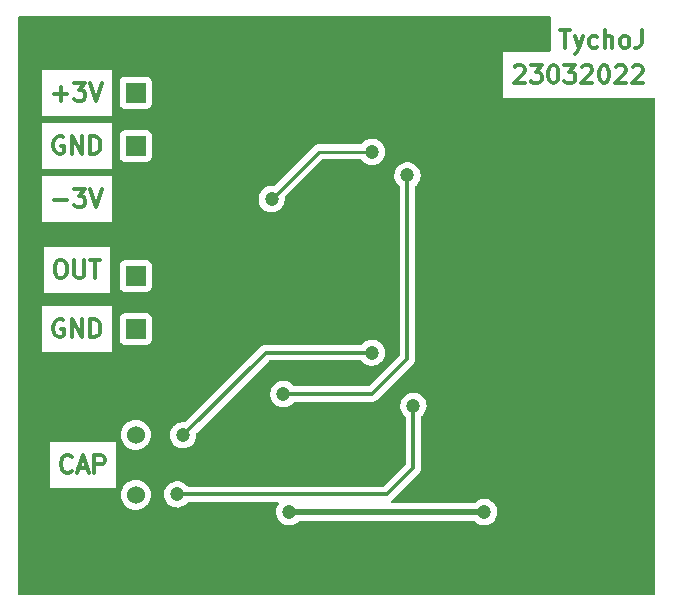
<source format=gbr>
%TF.GenerationSoftware,KiCad,Pcbnew,6.0.4*%
%TF.CreationDate,2022-03-28T18:47:23+02:00*%
%TF.ProjectId,capm,6361706d-2e6b-4696-9361-645f70636258,rev?*%
%TF.SameCoordinates,Original*%
%TF.FileFunction,Copper,L1,Top*%
%TF.FilePolarity,Positive*%
%FSLAX46Y46*%
G04 Gerber Fmt 4.6, Leading zero omitted, Abs format (unit mm)*
G04 Created by KiCad (PCBNEW 6.0.4) date 2022-03-28 18:47:23*
%MOMM*%
%LPD*%
G01*
G04 APERTURE LIST*
%ADD10C,0.300000*%
%TA.AperFunction,NonConductor*%
%ADD11C,0.300000*%
%TD*%
%TA.AperFunction,ComponentPad*%
%ADD12R,1.700000X1.700000*%
%TD*%
%TA.AperFunction,ComponentPad*%
%ADD13C,1.524000*%
%TD*%
%TA.AperFunction,ViaPad*%
%ADD14C,1.200000*%
%TD*%
%TA.AperFunction,Conductor*%
%ADD15C,0.250000*%
%TD*%
%TA.AperFunction,Conductor*%
%ADD16C,0.300000*%
%TD*%
%TA.AperFunction,Conductor*%
%ADD17C,0.500000*%
%TD*%
G04 APERTURE END LIST*
D10*
D11*
X125071428Y-79035714D02*
X125000000Y-79107142D01*
X124785714Y-79178571D01*
X124642857Y-79178571D01*
X124428571Y-79107142D01*
X124285714Y-78964285D01*
X124214285Y-78821428D01*
X124142857Y-78535714D01*
X124142857Y-78321428D01*
X124214285Y-78035714D01*
X124285714Y-77892857D01*
X124428571Y-77750000D01*
X124642857Y-77678571D01*
X124785714Y-77678571D01*
X125000000Y-77750000D01*
X125071428Y-77821428D01*
X125642857Y-78750000D02*
X126357142Y-78750000D01*
X125500000Y-79178571D02*
X126000000Y-77678571D01*
X126500000Y-79178571D01*
X127000000Y-79178571D02*
X127000000Y-77678571D01*
X127571428Y-77678571D01*
X127714285Y-77750000D01*
X127785714Y-77821428D01*
X127857142Y-77964285D01*
X127857142Y-78178571D01*
X127785714Y-78321428D01*
X127714285Y-78392857D01*
X127571428Y-78464285D01*
X127000000Y-78464285D01*
D10*
D11*
X124000000Y-61178571D02*
X124285714Y-61178571D01*
X124428571Y-61250000D01*
X124571428Y-61392857D01*
X124642857Y-61678571D01*
X124642857Y-62178571D01*
X124571428Y-62464285D01*
X124428571Y-62607142D01*
X124285714Y-62678571D01*
X124000000Y-62678571D01*
X123857142Y-62607142D01*
X123714285Y-62464285D01*
X123642857Y-62178571D01*
X123642857Y-61678571D01*
X123714285Y-61392857D01*
X123857142Y-61250000D01*
X124000000Y-61178571D01*
X125285714Y-61178571D02*
X125285714Y-62392857D01*
X125357142Y-62535714D01*
X125428571Y-62607142D01*
X125571428Y-62678571D01*
X125857142Y-62678571D01*
X126000000Y-62607142D01*
X126071428Y-62535714D01*
X126142857Y-62392857D01*
X126142857Y-61178571D01*
X126642857Y-61178571D02*
X127500000Y-61178571D01*
X127071428Y-62678571D02*
X127071428Y-61178571D01*
D10*
D11*
X123571428Y-56107142D02*
X124714285Y-56107142D01*
X125285714Y-55178571D02*
X126214285Y-55178571D01*
X125714285Y-55750000D01*
X125928571Y-55750000D01*
X126071428Y-55821428D01*
X126142857Y-55892857D01*
X126214285Y-56035714D01*
X126214285Y-56392857D01*
X126142857Y-56535714D01*
X126071428Y-56607142D01*
X125928571Y-56678571D01*
X125500000Y-56678571D01*
X125357142Y-56607142D01*
X125285714Y-56535714D01*
X126642857Y-55178571D02*
X127142857Y-56678571D01*
X127642857Y-55178571D01*
D10*
D11*
X166428571Y-41678571D02*
X167285714Y-41678571D01*
X166857142Y-43178571D02*
X166857142Y-41678571D01*
X167642857Y-42178571D02*
X168000000Y-43178571D01*
X168357142Y-42178571D02*
X168000000Y-43178571D01*
X167857142Y-43535714D01*
X167785714Y-43607142D01*
X167642857Y-43678571D01*
X169571428Y-43107142D02*
X169428571Y-43178571D01*
X169142857Y-43178571D01*
X169000000Y-43107142D01*
X168928571Y-43035714D01*
X168857142Y-42892857D01*
X168857142Y-42464285D01*
X168928571Y-42321428D01*
X169000000Y-42250000D01*
X169142857Y-42178571D01*
X169428571Y-42178571D01*
X169571428Y-42250000D01*
X170214285Y-43178571D02*
X170214285Y-41678571D01*
X170857142Y-43178571D02*
X170857142Y-42392857D01*
X170785714Y-42250000D01*
X170642857Y-42178571D01*
X170428571Y-42178571D01*
X170285714Y-42250000D01*
X170214285Y-42321428D01*
X171785714Y-43178571D02*
X171642857Y-43107142D01*
X171571428Y-43035714D01*
X171500000Y-42892857D01*
X171500000Y-42464285D01*
X171571428Y-42321428D01*
X171642857Y-42250000D01*
X171785714Y-42178571D01*
X172000000Y-42178571D01*
X172142857Y-42250000D01*
X172214285Y-42321428D01*
X172285714Y-42464285D01*
X172285714Y-42892857D01*
X172214285Y-43035714D01*
X172142857Y-43107142D01*
X172000000Y-43178571D01*
X171785714Y-43178571D01*
X173357142Y-41678571D02*
X173357142Y-42750000D01*
X173285714Y-42964285D01*
X173142857Y-43107142D01*
X172928571Y-43178571D01*
X172785714Y-43178571D01*
D10*
D11*
X124357142Y-66250000D02*
X124214285Y-66178571D01*
X124000000Y-66178571D01*
X123785714Y-66250000D01*
X123642857Y-66392857D01*
X123571428Y-66535714D01*
X123500000Y-66821428D01*
X123500000Y-67035714D01*
X123571428Y-67321428D01*
X123642857Y-67464285D01*
X123785714Y-67607142D01*
X124000000Y-67678571D01*
X124142857Y-67678571D01*
X124357142Y-67607142D01*
X124428571Y-67535714D01*
X124428571Y-67035714D01*
X124142857Y-67035714D01*
X125071428Y-67678571D02*
X125071428Y-66178571D01*
X125928571Y-67678571D01*
X125928571Y-66178571D01*
X126642857Y-67678571D02*
X126642857Y-66178571D01*
X127000000Y-66178571D01*
X127214285Y-66250000D01*
X127357142Y-66392857D01*
X127428571Y-66535714D01*
X127500000Y-66821428D01*
X127500000Y-67035714D01*
X127428571Y-67321428D01*
X127357142Y-67464285D01*
X127214285Y-67607142D01*
X127000000Y-67678571D01*
X126642857Y-67678571D01*
D10*
D11*
X124357142Y-50750000D02*
X124214285Y-50678571D01*
X124000000Y-50678571D01*
X123785714Y-50750000D01*
X123642857Y-50892857D01*
X123571428Y-51035714D01*
X123500000Y-51321428D01*
X123500000Y-51535714D01*
X123571428Y-51821428D01*
X123642857Y-51964285D01*
X123785714Y-52107142D01*
X124000000Y-52178571D01*
X124142857Y-52178571D01*
X124357142Y-52107142D01*
X124428571Y-52035714D01*
X124428571Y-51535714D01*
X124142857Y-51535714D01*
X125071428Y-52178571D02*
X125071428Y-50678571D01*
X125928571Y-52178571D01*
X125928571Y-50678571D01*
X126642857Y-52178571D02*
X126642857Y-50678571D01*
X127000000Y-50678571D01*
X127214285Y-50750000D01*
X127357142Y-50892857D01*
X127428571Y-51035714D01*
X127500000Y-51321428D01*
X127500000Y-51535714D01*
X127428571Y-51821428D01*
X127357142Y-51964285D01*
X127214285Y-52107142D01*
X127000000Y-52178571D01*
X126642857Y-52178571D01*
D10*
D11*
X123571428Y-47107142D02*
X124714285Y-47107142D01*
X124142857Y-47678571D02*
X124142857Y-46535714D01*
X125285714Y-46178571D02*
X126214285Y-46178571D01*
X125714285Y-46750000D01*
X125928571Y-46750000D01*
X126071428Y-46821428D01*
X126142857Y-46892857D01*
X126214285Y-47035714D01*
X126214285Y-47392857D01*
X126142857Y-47535714D01*
X126071428Y-47607142D01*
X125928571Y-47678571D01*
X125500000Y-47678571D01*
X125357142Y-47607142D01*
X125285714Y-47535714D01*
X126642857Y-46178571D02*
X127142857Y-47678571D01*
X127642857Y-46178571D01*
D10*
D11*
X162571428Y-44821428D02*
X162642857Y-44750000D01*
X162785714Y-44678571D01*
X163142857Y-44678571D01*
X163285714Y-44750000D01*
X163357142Y-44821428D01*
X163428571Y-44964285D01*
X163428571Y-45107142D01*
X163357142Y-45321428D01*
X162500000Y-46178571D01*
X163428571Y-46178571D01*
X163928571Y-44678571D02*
X164857142Y-44678571D01*
X164357142Y-45250000D01*
X164571428Y-45250000D01*
X164714285Y-45321428D01*
X164785714Y-45392857D01*
X164857142Y-45535714D01*
X164857142Y-45892857D01*
X164785714Y-46035714D01*
X164714285Y-46107142D01*
X164571428Y-46178571D01*
X164142857Y-46178571D01*
X164000000Y-46107142D01*
X163928571Y-46035714D01*
X165785714Y-44678571D02*
X165928571Y-44678571D01*
X166071428Y-44750000D01*
X166142857Y-44821428D01*
X166214285Y-44964285D01*
X166285714Y-45250000D01*
X166285714Y-45607142D01*
X166214285Y-45892857D01*
X166142857Y-46035714D01*
X166071428Y-46107142D01*
X165928571Y-46178571D01*
X165785714Y-46178571D01*
X165642857Y-46107142D01*
X165571428Y-46035714D01*
X165500000Y-45892857D01*
X165428571Y-45607142D01*
X165428571Y-45250000D01*
X165500000Y-44964285D01*
X165571428Y-44821428D01*
X165642857Y-44750000D01*
X165785714Y-44678571D01*
X166785714Y-44678571D02*
X167714285Y-44678571D01*
X167214285Y-45250000D01*
X167428571Y-45250000D01*
X167571428Y-45321428D01*
X167642857Y-45392857D01*
X167714285Y-45535714D01*
X167714285Y-45892857D01*
X167642857Y-46035714D01*
X167571428Y-46107142D01*
X167428571Y-46178571D01*
X167000000Y-46178571D01*
X166857142Y-46107142D01*
X166785714Y-46035714D01*
X168285714Y-44821428D02*
X168357142Y-44750000D01*
X168500000Y-44678571D01*
X168857142Y-44678571D01*
X169000000Y-44750000D01*
X169071428Y-44821428D01*
X169142857Y-44964285D01*
X169142857Y-45107142D01*
X169071428Y-45321428D01*
X168214285Y-46178571D01*
X169142857Y-46178571D01*
X170071428Y-44678571D02*
X170214285Y-44678571D01*
X170357142Y-44750000D01*
X170428571Y-44821428D01*
X170500000Y-44964285D01*
X170571428Y-45250000D01*
X170571428Y-45607142D01*
X170500000Y-45892857D01*
X170428571Y-46035714D01*
X170357142Y-46107142D01*
X170214285Y-46178571D01*
X170071428Y-46178571D01*
X169928571Y-46107142D01*
X169857142Y-46035714D01*
X169785714Y-45892857D01*
X169714285Y-45607142D01*
X169714285Y-45250000D01*
X169785714Y-44964285D01*
X169857142Y-44821428D01*
X169928571Y-44750000D01*
X170071428Y-44678571D01*
X171142857Y-44821428D02*
X171214285Y-44750000D01*
X171357142Y-44678571D01*
X171714285Y-44678571D01*
X171857142Y-44750000D01*
X171928571Y-44821428D01*
X172000000Y-44964285D01*
X172000000Y-45107142D01*
X171928571Y-45321428D01*
X171071428Y-46178571D01*
X172000000Y-46178571D01*
X172571428Y-44821428D02*
X172642857Y-44750000D01*
X172785714Y-44678571D01*
X173142857Y-44678571D01*
X173285714Y-44750000D01*
X173357142Y-44821428D01*
X173428571Y-44964285D01*
X173428571Y-45107142D01*
X173357142Y-45321428D01*
X172500000Y-46178571D01*
X173428571Y-46178571D01*
D12*
%TO.P,J4,1,Pin_1*%
%TO.N,Net-(J4-Pad1)*%
X130500000Y-62500000D03*
%TD*%
%TO.P,J1,1,Pin_1*%
%TO.N,+5V*%
X130500000Y-47000000D03*
%TD*%
%TO.P,J5,1,Pin_1*%
%TO.N,GND*%
X130500000Y-67000000D03*
%TD*%
D13*
%TO.P,J3,1,Pin_1*%
%TO.N,Net-(J3-Pad1)*%
X130500000Y-81040000D03*
%TO.P,J3,2,Pin_2*%
%TO.N,Net-(J3-Pad2)*%
X130500000Y-75960000D03*
%TD*%
D12*
%TO.P,J2,1,Pin_1*%
%TO.N,GND*%
X130500000Y-51500000D03*
%TD*%
D14*
%TO.N,Net-(J4-Pad1)*%
X142000000Y-56000000D03*
X150500000Y-52000000D03*
%TO.N,+3V0*%
X153500000Y-54000000D03*
%TO.N,Net-(J3-Pad2)*%
X150500000Y-69000000D03*
%TO.N,+3V0*%
X143000000Y-72500000D03*
%TO.N,Net-(J3-Pad1)*%
X134000000Y-81000000D03*
%TO.N,Net-(J3-Pad2)*%
X134500000Y-76000000D03*
%TO.N,+5V*%
X143500000Y-82500000D03*
X160000000Y-82500000D03*
%TO.N,Net-(J3-Pad1)*%
X154000000Y-73500000D03*
%TD*%
D15*
%TO.N,Net-(J4-Pad1)*%
X142000000Y-56000000D02*
X146000000Y-52000000D01*
X146000000Y-52000000D02*
X150500000Y-52000000D01*
D16*
%TO.N,Net-(J3-Pad1)*%
X154000000Y-73500000D02*
X154000000Y-78750000D01*
X154000000Y-78750000D02*
X151750000Y-81000000D01*
X151750000Y-81000000D02*
X134000000Y-81000000D01*
%TO.N,+3V0*%
X143000000Y-72500000D02*
X150500000Y-72500000D01*
X150500000Y-72500000D02*
X153500000Y-69500000D01*
X153500000Y-69500000D02*
X153500000Y-54000000D01*
D17*
%TO.N,+5V*%
X143500000Y-82500000D02*
X160000000Y-82500000D01*
D16*
%TO.N,Net-(J3-Pad2)*%
X150500000Y-69000000D02*
X141500000Y-69000000D01*
X141500000Y-69000000D02*
X134500000Y-76000000D01*
%TD*%
%TA.AperFunction,NonConductor*%
G36*
X165569336Y-40528502D02*
G01*
X165615829Y-40582158D01*
X165627215Y-40634500D01*
X165627215Y-43433000D01*
X165607213Y-43501121D01*
X165553557Y-43547614D01*
X165501215Y-43559000D01*
X161627215Y-43559000D01*
X161627215Y-47441000D01*
X174365500Y-47441000D01*
X174433621Y-47461002D01*
X174480114Y-47514658D01*
X174491500Y-47567000D01*
X174491500Y-89365500D01*
X174471498Y-89433621D01*
X174417842Y-89480114D01*
X174365500Y-89491500D01*
X120634500Y-89491500D01*
X120566379Y-89471498D01*
X120519886Y-89417842D01*
X120508500Y-89365500D01*
X120508500Y-81040000D01*
X129224647Y-81040000D01*
X129244022Y-81261463D01*
X129301560Y-81476196D01*
X129303882Y-81481177D01*
X129303883Y-81481178D01*
X129393186Y-81672689D01*
X129393189Y-81672694D01*
X129395512Y-81677676D01*
X129398668Y-81682183D01*
X129398669Y-81682185D01*
X129472192Y-81787186D01*
X129523023Y-81859781D01*
X129680219Y-82016977D01*
X129684727Y-82020134D01*
X129684730Y-82020136D01*
X129736639Y-82056483D01*
X129862323Y-82144488D01*
X129867305Y-82146811D01*
X129867310Y-82146814D01*
X130058822Y-82236117D01*
X130063804Y-82238440D01*
X130069112Y-82239862D01*
X130069114Y-82239863D01*
X130134949Y-82257503D01*
X130278537Y-82295978D01*
X130500000Y-82315353D01*
X130721463Y-82295978D01*
X130865051Y-82257503D01*
X130930886Y-82239863D01*
X130930888Y-82239862D01*
X130936196Y-82238440D01*
X130941178Y-82236117D01*
X131132690Y-82146814D01*
X131132695Y-82146811D01*
X131137677Y-82144488D01*
X131263361Y-82056483D01*
X131315270Y-82020136D01*
X131315273Y-82020134D01*
X131319781Y-82016977D01*
X131476977Y-81859781D01*
X131527809Y-81787186D01*
X131601331Y-81682185D01*
X131601332Y-81682183D01*
X131604488Y-81677676D01*
X131606811Y-81672694D01*
X131606814Y-81672689D01*
X131696117Y-81481178D01*
X131696118Y-81481177D01*
X131698440Y-81476196D01*
X131755978Y-81261463D01*
X131775353Y-81040000D01*
X131769304Y-80970859D01*
X132887132Y-80970859D01*
X132900457Y-81174151D01*
X132950605Y-81371610D01*
X133035898Y-81556624D01*
X133153479Y-81722997D01*
X133299410Y-81865157D01*
X133304206Y-81868362D01*
X133304209Y-81868364D01*
X133372149Y-81913760D01*
X133468803Y-81978342D01*
X133474106Y-81980620D01*
X133474109Y-81980622D01*
X133650680Y-82056483D01*
X133655987Y-82058763D01*
X133700619Y-82068862D01*
X133849055Y-82102450D01*
X133849060Y-82102451D01*
X133854692Y-82103725D01*
X133860463Y-82103952D01*
X133860465Y-82103952D01*
X133923470Y-82106427D01*
X134058263Y-82111723D01*
X134259883Y-82082490D01*
X134265347Y-82080635D01*
X134265352Y-82080634D01*
X134447327Y-82018862D01*
X134447332Y-82018860D01*
X134452799Y-82017004D01*
X134630551Y-81917458D01*
X134787186Y-81787186D01*
X134856429Y-81703930D01*
X134915365Y-81664347D01*
X134953302Y-81658500D01*
X142491977Y-81658500D01*
X142560098Y-81678502D01*
X142606591Y-81732158D01*
X142616695Y-81802432D01*
X142590928Y-81862505D01*
X142586309Y-81868364D01*
X142566351Y-81893681D01*
X142471492Y-82073978D01*
X142411078Y-82268543D01*
X142387132Y-82470859D01*
X142400457Y-82674151D01*
X142450605Y-82871610D01*
X142535898Y-83056624D01*
X142653479Y-83222997D01*
X142799410Y-83365157D01*
X142804206Y-83368362D01*
X142804209Y-83368364D01*
X142872149Y-83413760D01*
X142968803Y-83478342D01*
X142974106Y-83480620D01*
X142974109Y-83480622D01*
X143063115Y-83518862D01*
X143155987Y-83558763D01*
X143228817Y-83575243D01*
X143349055Y-83602450D01*
X143349060Y-83602451D01*
X143354692Y-83603725D01*
X143360463Y-83603952D01*
X143360465Y-83603952D01*
X143423470Y-83606427D01*
X143558263Y-83611723D01*
X143759883Y-83582490D01*
X143765347Y-83580635D01*
X143765352Y-83580634D01*
X143947327Y-83518862D01*
X143947332Y-83518860D01*
X143952799Y-83517004D01*
X144130551Y-83417458D01*
X144286657Y-83287626D01*
X144351821Y-83259445D01*
X144367226Y-83258500D01*
X159138696Y-83258500D01*
X159206817Y-83278502D01*
X159226618Y-83294246D01*
X159299410Y-83365157D01*
X159304206Y-83368362D01*
X159304209Y-83368364D01*
X159372149Y-83413760D01*
X159468803Y-83478342D01*
X159474106Y-83480620D01*
X159474109Y-83480622D01*
X159563115Y-83518862D01*
X159655987Y-83558763D01*
X159728817Y-83575243D01*
X159849055Y-83602450D01*
X159849060Y-83602451D01*
X159854692Y-83603725D01*
X159860463Y-83603952D01*
X159860465Y-83603952D01*
X159923470Y-83606427D01*
X160058263Y-83611723D01*
X160259883Y-83582490D01*
X160265347Y-83580635D01*
X160265352Y-83580634D01*
X160447327Y-83518862D01*
X160447332Y-83518860D01*
X160452799Y-83517004D01*
X160630551Y-83417458D01*
X160787186Y-83287186D01*
X160917458Y-83130551D01*
X161017004Y-82952799D01*
X161018860Y-82947332D01*
X161018862Y-82947327D01*
X161080634Y-82765352D01*
X161080635Y-82765347D01*
X161082490Y-82759883D01*
X161111723Y-82558263D01*
X161113249Y-82500000D01*
X161094608Y-82297126D01*
X161051559Y-82144488D01*
X161040875Y-82106606D01*
X161040874Y-82106604D01*
X161039307Y-82101047D01*
X161030565Y-82083318D01*
X160951756Y-81923510D01*
X160949201Y-81918329D01*
X160930796Y-81893681D01*
X160830758Y-81759715D01*
X160830758Y-81759714D01*
X160827305Y-81755091D01*
X160721406Y-81657199D01*
X160681943Y-81620719D01*
X160681940Y-81620717D01*
X160677703Y-81616800D01*
X160589804Y-81561340D01*
X160510288Y-81511169D01*
X160510283Y-81511167D01*
X160505404Y-81508088D01*
X160316180Y-81432595D01*
X160116366Y-81392849D01*
X160110592Y-81392773D01*
X160110588Y-81392773D01*
X160007452Y-81391424D01*
X159912655Y-81390183D01*
X159906958Y-81391162D01*
X159906957Y-81391162D01*
X159717567Y-81423705D01*
X159711870Y-81424684D01*
X159520734Y-81495198D01*
X159515773Y-81498150D01*
X159515772Y-81498150D01*
X159417487Y-81556624D01*
X159345649Y-81599363D01*
X159219225Y-81710233D01*
X159154823Y-81740109D01*
X159136150Y-81741500D01*
X152243386Y-81741500D01*
X152175265Y-81721498D01*
X152128772Y-81667842D01*
X152118668Y-81597568D01*
X152148162Y-81532988D01*
X152156984Y-81524630D01*
X152156807Y-81524453D01*
X152171971Y-81509289D01*
X152187005Y-81496448D01*
X152204357Y-81483841D01*
X152233803Y-81448247D01*
X152241792Y-81439468D01*
X154407605Y-79273655D01*
X154416385Y-79265665D01*
X154416387Y-79265663D01*
X154423080Y-79261416D01*
X154471605Y-79209742D01*
X154474359Y-79206901D01*
X154494927Y-79186333D01*
X154497647Y-79182826D01*
X154505353Y-79173804D01*
X154531544Y-79145913D01*
X154536972Y-79140133D01*
X154540794Y-79133181D01*
X154547303Y-79121342D01*
X154558157Y-79104818D01*
X154566445Y-79094132D01*
X154571304Y-79087868D01*
X154574452Y-79080594D01*
X154589654Y-79045465D01*
X154594876Y-79034805D01*
X154613305Y-79001284D01*
X154613306Y-79001282D01*
X154617124Y-78994337D01*
X154622459Y-78973559D01*
X154628858Y-78954869D01*
X154637380Y-78935176D01*
X154644608Y-78889543D01*
X154647015Y-78877921D01*
X154656529Y-78840867D01*
X154656530Y-78840863D01*
X154658500Y-78833188D01*
X154658500Y-78811747D01*
X154660051Y-78792036D01*
X154662167Y-78778676D01*
X154663407Y-78770848D01*
X154659059Y-78724852D01*
X154658500Y-78712994D01*
X154658500Y-74453302D01*
X154678502Y-74385181D01*
X154703930Y-74356430D01*
X154787186Y-74287186D01*
X154917458Y-74130551D01*
X155017004Y-73952799D01*
X155018860Y-73947332D01*
X155018862Y-73947327D01*
X155080634Y-73765352D01*
X155080635Y-73765347D01*
X155082490Y-73759883D01*
X155111723Y-73558263D01*
X155113249Y-73500000D01*
X155094608Y-73297126D01*
X155056086Y-73160539D01*
X155040875Y-73106606D01*
X155040874Y-73106604D01*
X155039307Y-73101047D01*
X155033627Y-73089528D01*
X154951756Y-72923510D01*
X154949201Y-72918329D01*
X154930796Y-72893681D01*
X154830758Y-72759715D01*
X154830758Y-72759714D01*
X154827305Y-72755091D01*
X154677703Y-72616800D01*
X154631675Y-72587759D01*
X154510288Y-72511169D01*
X154510283Y-72511167D01*
X154505404Y-72508088D01*
X154316180Y-72432595D01*
X154116366Y-72392849D01*
X154110592Y-72392773D01*
X154110588Y-72392773D01*
X154007452Y-72391424D01*
X153912655Y-72390183D01*
X153906958Y-72391162D01*
X153906957Y-72391162D01*
X153717567Y-72423705D01*
X153711870Y-72424684D01*
X153520734Y-72495198D01*
X153345649Y-72599363D01*
X153192478Y-72733690D01*
X153188911Y-72738215D01*
X153188906Y-72738220D01*
X153102331Y-72848040D01*
X153066351Y-72893681D01*
X152971492Y-73073978D01*
X152911078Y-73268543D01*
X152887132Y-73470859D01*
X152900457Y-73674151D01*
X152950605Y-73871610D01*
X153035898Y-74056624D01*
X153153479Y-74222997D01*
X153157613Y-74227024D01*
X153299410Y-74365157D01*
X153298496Y-74366096D01*
X153335147Y-74419157D01*
X153341500Y-74458660D01*
X153341500Y-78425050D01*
X153321498Y-78493171D01*
X153304595Y-78514145D01*
X151514145Y-80304595D01*
X151451833Y-80338621D01*
X151425050Y-80341500D01*
X134954995Y-80341500D01*
X134886874Y-80321498D01*
X134854038Y-80290890D01*
X134830759Y-80259717D01*
X134827305Y-80255091D01*
X134677703Y-80116800D01*
X134592471Y-80063023D01*
X134510288Y-80011169D01*
X134510283Y-80011167D01*
X134505404Y-80008088D01*
X134331405Y-79938669D01*
X134321549Y-79934737D01*
X134316180Y-79932595D01*
X134116366Y-79892849D01*
X134110592Y-79892773D01*
X134110588Y-79892773D01*
X134007452Y-79891424D01*
X133912655Y-79890183D01*
X133906958Y-79891162D01*
X133906957Y-79891162D01*
X133717567Y-79923705D01*
X133711870Y-79924684D01*
X133520734Y-79995198D01*
X133515773Y-79998150D01*
X133515772Y-79998150D01*
X133400181Y-80066920D01*
X133345649Y-80099363D01*
X133192478Y-80233690D01*
X133188911Y-80238215D01*
X133188906Y-80238220D01*
X133109757Y-80338621D01*
X133066351Y-80393681D01*
X133063662Y-80398792D01*
X133063660Y-80398795D01*
X133042968Y-80438124D01*
X132971492Y-80573978D01*
X132911078Y-80768543D01*
X132887132Y-80970859D01*
X131769304Y-80970859D01*
X131755978Y-80818537D01*
X131698440Y-80603804D01*
X131621182Y-80438124D01*
X131606814Y-80407311D01*
X131606811Y-80407306D01*
X131604488Y-80402324D01*
X131598436Y-80393681D01*
X131480136Y-80224730D01*
X131480134Y-80224727D01*
X131476977Y-80220219D01*
X131319781Y-80063023D01*
X131315273Y-80059866D01*
X131315270Y-80059864D01*
X131220064Y-79993200D01*
X131137677Y-79935512D01*
X131132695Y-79933189D01*
X131132690Y-79933186D01*
X130941178Y-79843883D01*
X130941177Y-79843882D01*
X130936196Y-79841560D01*
X130930888Y-79840138D01*
X130930886Y-79840137D01*
X130865051Y-79822497D01*
X130721463Y-79784022D01*
X130500000Y-79764647D01*
X130278537Y-79784022D01*
X130134949Y-79822497D01*
X130069114Y-79840137D01*
X130069112Y-79840138D01*
X130063804Y-79841560D01*
X130058823Y-79843882D01*
X130058822Y-79843883D01*
X129867311Y-79933186D01*
X129867306Y-79933189D01*
X129862324Y-79935512D01*
X129857817Y-79938668D01*
X129857815Y-79938669D01*
X129684730Y-80059864D01*
X129684727Y-80059866D01*
X129680219Y-80063023D01*
X129523023Y-80220219D01*
X129519866Y-80224727D01*
X129519864Y-80224730D01*
X129401564Y-80393681D01*
X129395512Y-80402324D01*
X129393189Y-80407306D01*
X129393186Y-80407311D01*
X129378818Y-80438124D01*
X129301560Y-80603804D01*
X129244022Y-80818537D01*
X129224647Y-81040000D01*
X120508500Y-81040000D01*
X120508500Y-80441000D01*
X123198643Y-80441000D01*
X128801357Y-80441000D01*
X128801357Y-76559000D01*
X123198643Y-76559000D01*
X123198643Y-80441000D01*
X120508500Y-80441000D01*
X120508500Y-75960000D01*
X129224647Y-75960000D01*
X129244022Y-76181463D01*
X129301560Y-76396196D01*
X129303882Y-76401177D01*
X129303883Y-76401178D01*
X129393186Y-76592689D01*
X129393189Y-76592694D01*
X129395512Y-76597676D01*
X129398668Y-76602183D01*
X129398669Y-76602185D01*
X129483263Y-76722997D01*
X129523023Y-76779781D01*
X129680219Y-76936977D01*
X129684727Y-76940134D01*
X129684730Y-76940136D01*
X129734710Y-76975132D01*
X129862323Y-77064488D01*
X129867305Y-77066811D01*
X129867310Y-77066814D01*
X130058822Y-77156117D01*
X130063804Y-77158440D01*
X130069112Y-77159862D01*
X130069114Y-77159863D01*
X130134949Y-77177503D01*
X130278537Y-77215978D01*
X130500000Y-77235353D01*
X130721463Y-77215978D01*
X130865051Y-77177503D01*
X130930886Y-77159863D01*
X130930888Y-77159862D01*
X130936196Y-77158440D01*
X130941178Y-77156117D01*
X131132690Y-77066814D01*
X131132695Y-77066811D01*
X131137677Y-77064488D01*
X131265290Y-76975132D01*
X131315270Y-76940136D01*
X131315273Y-76940134D01*
X131319781Y-76936977D01*
X131476977Y-76779781D01*
X131516738Y-76722997D01*
X131601331Y-76602185D01*
X131601332Y-76602183D01*
X131604488Y-76597676D01*
X131606811Y-76592694D01*
X131606814Y-76592689D01*
X131696117Y-76401178D01*
X131696118Y-76401177D01*
X131698440Y-76396196D01*
X131755978Y-76181463D01*
X131774403Y-75970859D01*
X133387132Y-75970859D01*
X133400457Y-76174151D01*
X133450605Y-76371610D01*
X133535898Y-76556624D01*
X133653479Y-76722997D01*
X133799410Y-76865157D01*
X133804206Y-76868362D01*
X133804209Y-76868364D01*
X133872149Y-76913760D01*
X133968803Y-76978342D01*
X133974106Y-76980620D01*
X133974109Y-76980622D01*
X134063115Y-77018862D01*
X134155987Y-77058763D01*
X134191568Y-77066814D01*
X134349055Y-77102450D01*
X134349060Y-77102451D01*
X134354692Y-77103725D01*
X134360463Y-77103952D01*
X134360465Y-77103952D01*
X134423470Y-77106427D01*
X134558263Y-77111723D01*
X134759883Y-77082490D01*
X134765347Y-77080635D01*
X134765352Y-77080634D01*
X134947327Y-77018862D01*
X134947332Y-77018860D01*
X134952799Y-77017004D01*
X135130551Y-76917458D01*
X135287186Y-76787186D01*
X135417458Y-76630551D01*
X135517004Y-76452799D01*
X135518860Y-76447332D01*
X135518862Y-76447327D01*
X135580634Y-76265352D01*
X135580635Y-76265347D01*
X135582490Y-76259883D01*
X135611723Y-76058263D01*
X135613249Y-76000000D01*
X135603341Y-75892167D01*
X135617026Y-75822502D01*
X135639717Y-75791543D01*
X138960401Y-72470859D01*
X141887132Y-72470859D01*
X141900457Y-72674151D01*
X141950605Y-72871610D01*
X142035898Y-73056624D01*
X142153479Y-73222997D01*
X142299410Y-73365157D01*
X142304206Y-73368362D01*
X142304209Y-73368364D01*
X142372149Y-73413760D01*
X142468803Y-73478342D01*
X142474106Y-73480620D01*
X142474109Y-73480622D01*
X142650680Y-73556483D01*
X142655987Y-73558763D01*
X142728817Y-73575243D01*
X142849055Y-73602450D01*
X142849060Y-73602451D01*
X142854692Y-73603725D01*
X142860463Y-73603952D01*
X142860465Y-73603952D01*
X142923470Y-73606427D01*
X143058263Y-73611723D01*
X143259883Y-73582490D01*
X143265347Y-73580635D01*
X143265352Y-73580634D01*
X143447327Y-73518862D01*
X143447332Y-73518860D01*
X143452799Y-73517004D01*
X143630551Y-73417458D01*
X143787186Y-73287186D01*
X143856429Y-73203930D01*
X143915365Y-73164347D01*
X143953302Y-73158500D01*
X150417944Y-73158500D01*
X150429800Y-73159059D01*
X150429803Y-73159059D01*
X150437537Y-73160788D01*
X150508369Y-73158562D01*
X150512327Y-73158500D01*
X150541432Y-73158500D01*
X150545832Y-73157944D01*
X150557664Y-73157012D01*
X150603831Y-73155562D01*
X150624421Y-73149580D01*
X150643782Y-73145570D01*
X150650770Y-73144688D01*
X150657204Y-73143875D01*
X150657205Y-73143875D01*
X150665064Y-73142882D01*
X150672429Y-73139966D01*
X150672433Y-73139965D01*
X150708021Y-73125874D01*
X150719231Y-73122035D01*
X150763600Y-73109145D01*
X150782065Y-73098225D01*
X150799805Y-73089534D01*
X150819756Y-73081635D01*
X150857129Y-73054482D01*
X150867048Y-73047967D01*
X150899977Y-73028493D01*
X150899981Y-73028490D01*
X150906807Y-73024453D01*
X150921971Y-73009289D01*
X150937005Y-72996448D01*
X150947943Y-72988501D01*
X150954357Y-72983841D01*
X150983803Y-72948247D01*
X150991792Y-72939468D01*
X153907605Y-70023655D01*
X153916385Y-70015665D01*
X153916387Y-70015663D01*
X153923080Y-70011416D01*
X153954139Y-69978342D01*
X153971604Y-69959743D01*
X153974359Y-69956901D01*
X153994927Y-69936333D01*
X153997647Y-69932826D01*
X154005353Y-69923804D01*
X154036972Y-69890133D01*
X154040794Y-69883181D01*
X154047303Y-69871342D01*
X154058157Y-69854818D01*
X154066445Y-69844132D01*
X154071304Y-69837868D01*
X154074452Y-69830594D01*
X154089654Y-69795465D01*
X154094876Y-69784805D01*
X154113305Y-69751284D01*
X154113306Y-69751282D01*
X154117124Y-69744337D01*
X154122459Y-69723559D01*
X154128858Y-69704869D01*
X154137380Y-69685176D01*
X154144606Y-69639552D01*
X154147013Y-69627929D01*
X154156528Y-69590868D01*
X154158500Y-69583188D01*
X154158500Y-69561741D01*
X154160051Y-69542031D01*
X154162166Y-69528677D01*
X154163406Y-69520848D01*
X154159059Y-69474859D01*
X154158500Y-69463004D01*
X154158500Y-54953302D01*
X154178502Y-54885181D01*
X154203930Y-54856430D01*
X154287186Y-54787186D01*
X154417458Y-54630551D01*
X154517004Y-54452799D01*
X154518860Y-54447332D01*
X154518862Y-54447327D01*
X154580634Y-54265352D01*
X154580635Y-54265347D01*
X154582490Y-54259883D01*
X154611723Y-54058263D01*
X154613249Y-54000000D01*
X154594608Y-53797126D01*
X154539307Y-53601047D01*
X154528680Y-53579496D01*
X154451756Y-53423510D01*
X154449201Y-53418329D01*
X154430796Y-53393681D01*
X154330758Y-53259715D01*
X154330758Y-53259714D01*
X154327305Y-53255091D01*
X154177703Y-53116800D01*
X154120383Y-53080634D01*
X154010288Y-53011169D01*
X154010283Y-53011167D01*
X154005404Y-53008088D01*
X153816180Y-52932595D01*
X153616366Y-52892849D01*
X153610592Y-52892773D01*
X153610588Y-52892773D01*
X153507452Y-52891424D01*
X153412655Y-52890183D01*
X153406958Y-52891162D01*
X153406957Y-52891162D01*
X153217567Y-52923705D01*
X153211870Y-52924684D01*
X153020734Y-52995198D01*
X153015773Y-52998150D01*
X153015772Y-52998150D01*
X152877130Y-53080634D01*
X152845649Y-53099363D01*
X152692478Y-53233690D01*
X152688911Y-53238215D01*
X152688906Y-53238220D01*
X152602331Y-53348040D01*
X152566351Y-53393681D01*
X152563662Y-53398792D01*
X152563660Y-53398795D01*
X152542968Y-53438124D01*
X152471492Y-53573978D01*
X152411078Y-53768543D01*
X152387132Y-53970859D01*
X152400457Y-54174151D01*
X152450605Y-54371610D01*
X152535898Y-54556624D01*
X152653479Y-54722997D01*
X152657613Y-54727024D01*
X152799410Y-54865157D01*
X152798496Y-54866096D01*
X152835147Y-54919157D01*
X152841500Y-54958660D01*
X152841500Y-69175050D01*
X152821498Y-69243171D01*
X152804595Y-69264145D01*
X150264145Y-71804595D01*
X150201833Y-71838621D01*
X150175050Y-71841500D01*
X143954995Y-71841500D01*
X143886874Y-71821498D01*
X143854038Y-71790890D01*
X143830759Y-71759717D01*
X143827305Y-71755091D01*
X143677703Y-71616800D01*
X143631675Y-71587759D01*
X143510288Y-71511169D01*
X143510283Y-71511167D01*
X143505404Y-71508088D01*
X143316180Y-71432595D01*
X143116366Y-71392849D01*
X143110592Y-71392773D01*
X143110588Y-71392773D01*
X143007452Y-71391424D01*
X142912655Y-71390183D01*
X142906958Y-71391162D01*
X142906957Y-71391162D01*
X142717567Y-71423705D01*
X142711870Y-71424684D01*
X142520734Y-71495198D01*
X142345649Y-71599363D01*
X142192478Y-71733690D01*
X142188911Y-71738215D01*
X142188906Y-71738220D01*
X142109757Y-71838621D01*
X142066351Y-71893681D01*
X141971492Y-72073978D01*
X141911078Y-72268543D01*
X141887132Y-72470859D01*
X138960401Y-72470859D01*
X141735855Y-69695405D01*
X141798167Y-69661379D01*
X141824950Y-69658500D01*
X149542655Y-69658500D01*
X149610776Y-69678502D01*
X149645551Y-69711779D01*
X149653479Y-69722997D01*
X149799410Y-69865157D01*
X149804206Y-69868362D01*
X149804209Y-69868364D01*
X149901245Y-69933201D01*
X149968803Y-69978342D01*
X149974106Y-69980620D01*
X149974109Y-69980622D01*
X150058865Y-70017036D01*
X150155987Y-70058763D01*
X150228817Y-70075243D01*
X150349055Y-70102450D01*
X150349060Y-70102451D01*
X150354692Y-70103725D01*
X150360463Y-70103952D01*
X150360465Y-70103952D01*
X150423470Y-70106427D01*
X150558263Y-70111723D01*
X150759883Y-70082490D01*
X150765347Y-70080635D01*
X150765352Y-70080634D01*
X150947327Y-70018862D01*
X150947332Y-70018860D01*
X150952799Y-70017004D01*
X151130551Y-69917458D01*
X151287186Y-69787186D01*
X151417458Y-69630551D01*
X151517004Y-69452799D01*
X151518860Y-69447332D01*
X151518862Y-69447327D01*
X151580634Y-69265352D01*
X151580635Y-69265347D01*
X151582490Y-69259883D01*
X151611723Y-69058263D01*
X151613249Y-69000000D01*
X151594608Y-68797126D01*
X151539307Y-68601047D01*
X151519328Y-68560532D01*
X151451756Y-68423510D01*
X151449201Y-68418329D01*
X151404525Y-68358500D01*
X151330758Y-68259715D01*
X151330758Y-68259714D01*
X151327305Y-68255091D01*
X151177703Y-68116800D01*
X151131675Y-68087759D01*
X151010288Y-68011169D01*
X151010283Y-68011167D01*
X151005404Y-68008088D01*
X150816180Y-67932595D01*
X150616366Y-67892849D01*
X150610592Y-67892773D01*
X150610588Y-67892773D01*
X150507452Y-67891424D01*
X150412655Y-67890183D01*
X150406958Y-67891162D01*
X150406957Y-67891162D01*
X150346613Y-67901531D01*
X150211870Y-67924684D01*
X150020734Y-67995198D01*
X149845649Y-68099363D01*
X149692478Y-68233690D01*
X149671962Y-68259715D01*
X149645323Y-68293506D01*
X149587442Y-68334619D01*
X149546373Y-68341500D01*
X141582059Y-68341500D01*
X141570203Y-68340941D01*
X141562463Y-68339211D01*
X141554537Y-68339460D01*
X141554536Y-68339460D01*
X141491611Y-68341438D01*
X141487653Y-68341500D01*
X141458568Y-68341500D01*
X141454637Y-68341997D01*
X141454630Y-68341997D01*
X141454179Y-68342054D01*
X141442343Y-68342986D01*
X141396169Y-68344438D01*
X141375579Y-68350420D01*
X141356218Y-68354430D01*
X141349230Y-68355312D01*
X141342796Y-68356125D01*
X141342795Y-68356125D01*
X141334936Y-68357118D01*
X141327571Y-68360034D01*
X141327567Y-68360035D01*
X141291979Y-68374126D01*
X141280769Y-68377965D01*
X141236400Y-68390855D01*
X141217935Y-68401775D01*
X141200195Y-68410466D01*
X141180244Y-68418365D01*
X141142874Y-68445516D01*
X141132952Y-68452033D01*
X141100023Y-68471507D01*
X141100019Y-68471510D01*
X141093193Y-68475547D01*
X141078029Y-68490711D01*
X141062996Y-68503551D01*
X141045643Y-68516159D01*
X141016198Y-68551752D01*
X141008208Y-68560532D01*
X134712245Y-74856495D01*
X134649933Y-74890521D01*
X134616372Y-74892359D01*
X134616366Y-74892849D01*
X134412655Y-74890183D01*
X134406958Y-74891162D01*
X134406957Y-74891162D01*
X134339664Y-74902725D01*
X134211870Y-74924684D01*
X134020734Y-74995198D01*
X133845649Y-75099363D01*
X133692478Y-75233690D01*
X133688911Y-75238215D01*
X133688906Y-75238220D01*
X133626159Y-75317815D01*
X133566351Y-75393681D01*
X133471492Y-75573978D01*
X133411078Y-75768543D01*
X133387132Y-75970859D01*
X131774403Y-75970859D01*
X131775353Y-75960000D01*
X131755978Y-75738537D01*
X131698440Y-75523804D01*
X131696117Y-75518822D01*
X131606814Y-75327311D01*
X131606811Y-75327306D01*
X131604488Y-75322324D01*
X131476977Y-75140219D01*
X131319781Y-74983023D01*
X131315273Y-74979866D01*
X131315270Y-74979864D01*
X131205104Y-74902725D01*
X131137677Y-74855512D01*
X131132695Y-74853189D01*
X131132690Y-74853186D01*
X130941178Y-74763883D01*
X130941177Y-74763882D01*
X130936196Y-74761560D01*
X130930888Y-74760138D01*
X130930886Y-74760137D01*
X130865051Y-74742497D01*
X130721463Y-74704022D01*
X130500000Y-74684647D01*
X130278537Y-74704022D01*
X130134949Y-74742497D01*
X130069114Y-74760137D01*
X130069112Y-74760138D01*
X130063804Y-74761560D01*
X130058823Y-74763882D01*
X130058822Y-74763883D01*
X129867311Y-74853186D01*
X129867306Y-74853189D01*
X129862324Y-74855512D01*
X129857817Y-74858668D01*
X129857815Y-74858669D01*
X129684730Y-74979864D01*
X129684727Y-74979866D01*
X129680219Y-74983023D01*
X129523023Y-75140219D01*
X129395512Y-75322324D01*
X129393189Y-75327306D01*
X129393186Y-75327311D01*
X129303883Y-75518822D01*
X129301560Y-75523804D01*
X129244022Y-75738537D01*
X129224647Y-75960000D01*
X120508500Y-75960000D01*
X120508500Y-68941000D01*
X122555786Y-68941000D01*
X128444215Y-68941000D01*
X128444215Y-67898134D01*
X129141500Y-67898134D01*
X129148255Y-67960316D01*
X129199385Y-68096705D01*
X129286739Y-68213261D01*
X129403295Y-68300615D01*
X129539684Y-68351745D01*
X129601866Y-68358500D01*
X131398134Y-68358500D01*
X131460316Y-68351745D01*
X131596705Y-68300615D01*
X131713261Y-68213261D01*
X131800615Y-68096705D01*
X131851745Y-67960316D01*
X131858500Y-67898134D01*
X131858500Y-66101866D01*
X131851745Y-66039684D01*
X131800615Y-65903295D01*
X131713261Y-65786739D01*
X131596705Y-65699385D01*
X131460316Y-65648255D01*
X131398134Y-65641500D01*
X129601866Y-65641500D01*
X129539684Y-65648255D01*
X129403295Y-65699385D01*
X129286739Y-65786739D01*
X129199385Y-65903295D01*
X129148255Y-66039684D01*
X129141500Y-66101866D01*
X129141500Y-67898134D01*
X128444215Y-67898134D01*
X128444215Y-65059000D01*
X122555786Y-65059000D01*
X122555786Y-68941000D01*
X120508500Y-68941000D01*
X120508500Y-63941000D01*
X122698643Y-63941000D01*
X128301357Y-63941000D01*
X128301357Y-63398134D01*
X129141500Y-63398134D01*
X129148255Y-63460316D01*
X129199385Y-63596705D01*
X129286739Y-63713261D01*
X129403295Y-63800615D01*
X129539684Y-63851745D01*
X129601866Y-63858500D01*
X131398134Y-63858500D01*
X131460316Y-63851745D01*
X131596705Y-63800615D01*
X131713261Y-63713261D01*
X131800615Y-63596705D01*
X131851745Y-63460316D01*
X131858500Y-63398134D01*
X131858500Y-61601866D01*
X131851745Y-61539684D01*
X131800615Y-61403295D01*
X131713261Y-61286739D01*
X131596705Y-61199385D01*
X131460316Y-61148255D01*
X131398134Y-61141500D01*
X129601866Y-61141500D01*
X129539684Y-61148255D01*
X129403295Y-61199385D01*
X129286739Y-61286739D01*
X129199385Y-61403295D01*
X129148255Y-61539684D01*
X129141500Y-61601866D01*
X129141500Y-63398134D01*
X128301357Y-63398134D01*
X128301357Y-60059000D01*
X122698643Y-60059000D01*
X122698643Y-63941000D01*
X120508500Y-63941000D01*
X120508500Y-57941000D01*
X122555786Y-57941000D01*
X128444215Y-57941000D01*
X128444215Y-55970859D01*
X140887132Y-55970859D01*
X140900457Y-56174151D01*
X140950605Y-56371610D01*
X141035898Y-56556624D01*
X141153479Y-56722997D01*
X141299410Y-56865157D01*
X141304206Y-56868362D01*
X141304209Y-56868364D01*
X141372149Y-56913760D01*
X141468803Y-56978342D01*
X141474106Y-56980620D01*
X141474109Y-56980622D01*
X141563115Y-57018862D01*
X141655987Y-57058763D01*
X141728817Y-57075243D01*
X141849055Y-57102450D01*
X141849060Y-57102451D01*
X141854692Y-57103725D01*
X141860463Y-57103952D01*
X141860465Y-57103952D01*
X141923470Y-57106427D01*
X142058263Y-57111723D01*
X142259883Y-57082490D01*
X142265347Y-57080635D01*
X142265352Y-57080634D01*
X142447327Y-57018862D01*
X142447332Y-57018860D01*
X142452799Y-57017004D01*
X142630551Y-56917458D01*
X142787186Y-56787186D01*
X142917458Y-56630551D01*
X143017004Y-56452799D01*
X143018860Y-56447332D01*
X143018862Y-56447327D01*
X143080634Y-56265352D01*
X143080635Y-56265347D01*
X143082490Y-56259883D01*
X143111723Y-56058263D01*
X143113249Y-56000000D01*
X143108369Y-55946894D01*
X143100366Y-55859785D01*
X143114051Y-55790120D01*
X143136742Y-55759162D01*
X146225499Y-52670405D01*
X146287811Y-52636379D01*
X146314594Y-52633500D01*
X149524986Y-52633500D01*
X149593107Y-52653502D01*
X149627882Y-52686779D01*
X149646598Y-52713261D01*
X149653479Y-52722997D01*
X149657613Y-52727024D01*
X149792198Y-52858131D01*
X149799410Y-52865157D01*
X149804206Y-52868362D01*
X149804209Y-52868364D01*
X149942264Y-52960609D01*
X149968803Y-52978342D01*
X149974106Y-52980620D01*
X149974109Y-52980622D01*
X150063115Y-53018862D01*
X150155987Y-53058763D01*
X150228817Y-53075243D01*
X150349055Y-53102450D01*
X150349060Y-53102451D01*
X150354692Y-53103725D01*
X150360463Y-53103952D01*
X150360465Y-53103952D01*
X150423470Y-53106427D01*
X150558263Y-53111723D01*
X150759883Y-53082490D01*
X150765347Y-53080635D01*
X150765352Y-53080634D01*
X150947327Y-53018862D01*
X150947332Y-53018860D01*
X150952799Y-53017004D01*
X150991737Y-52995198D01*
X151099697Y-52934737D01*
X151130551Y-52917458D01*
X151287186Y-52787186D01*
X151417458Y-52630551D01*
X151517004Y-52452799D01*
X151518860Y-52447332D01*
X151518862Y-52447327D01*
X151580634Y-52265352D01*
X151580635Y-52265347D01*
X151582490Y-52259883D01*
X151611723Y-52058263D01*
X151613249Y-52000000D01*
X151594608Y-51797126D01*
X151539307Y-51601047D01*
X151527633Y-51577373D01*
X151451756Y-51423510D01*
X151449201Y-51418329D01*
X151436743Y-51401645D01*
X151330758Y-51259715D01*
X151330758Y-51259714D01*
X151327305Y-51255091D01*
X151177703Y-51116800D01*
X151131675Y-51087759D01*
X151010288Y-51011169D01*
X151010283Y-51011167D01*
X151005404Y-51008088D01*
X150816180Y-50932595D01*
X150616366Y-50892849D01*
X150610592Y-50892773D01*
X150610588Y-50892773D01*
X150507452Y-50891424D01*
X150412655Y-50890183D01*
X150406958Y-50891162D01*
X150406957Y-50891162D01*
X150217567Y-50923705D01*
X150211870Y-50924684D01*
X150020734Y-50995198D01*
X149845649Y-51099363D01*
X149692478Y-51233690D01*
X149688906Y-51238221D01*
X149625614Y-51318506D01*
X149567732Y-51359619D01*
X149526664Y-51366500D01*
X146078767Y-51366500D01*
X146067584Y-51365973D01*
X146060091Y-51364298D01*
X146052165Y-51364547D01*
X146052164Y-51364547D01*
X145992014Y-51366438D01*
X145988055Y-51366500D01*
X145960144Y-51366500D01*
X145956210Y-51366997D01*
X145956209Y-51366997D01*
X145956144Y-51367005D01*
X145944307Y-51367938D01*
X145912490Y-51368938D01*
X145908029Y-51369078D01*
X145900110Y-51369327D01*
X145882454Y-51374456D01*
X145880658Y-51374978D01*
X145861306Y-51378986D01*
X145854235Y-51379880D01*
X145841203Y-51381526D01*
X145833834Y-51384443D01*
X145833832Y-51384444D01*
X145800097Y-51397800D01*
X145788869Y-51401645D01*
X145746407Y-51413982D01*
X145739585Y-51418016D01*
X145739579Y-51418019D01*
X145728968Y-51424294D01*
X145711218Y-51432990D01*
X145699756Y-51437528D01*
X145699751Y-51437531D01*
X145692383Y-51440448D01*
X145685968Y-51445109D01*
X145656625Y-51466427D01*
X145646707Y-51472943D01*
X145628019Y-51483995D01*
X145608637Y-51495458D01*
X145594313Y-51509782D01*
X145579281Y-51522621D01*
X145562893Y-51534528D01*
X145534712Y-51568593D01*
X145526722Y-51577373D01*
X142243127Y-54860968D01*
X142180815Y-54894994D01*
X142129447Y-54895451D01*
X142122034Y-54893976D01*
X142122029Y-54893975D01*
X142116366Y-54892849D01*
X142110592Y-54892773D01*
X142110588Y-54892773D01*
X142007452Y-54891424D01*
X141912655Y-54890183D01*
X141906958Y-54891162D01*
X141906957Y-54891162D01*
X141805526Y-54908591D01*
X141711870Y-54924684D01*
X141520734Y-54995198D01*
X141345649Y-55099363D01*
X141192478Y-55233690D01*
X141188911Y-55238215D01*
X141188906Y-55238220D01*
X141102331Y-55348040D01*
X141066351Y-55393681D01*
X140971492Y-55573978D01*
X140911078Y-55768543D01*
X140887132Y-55970859D01*
X128444215Y-55970859D01*
X128444215Y-54059000D01*
X122555786Y-54059000D01*
X122555786Y-57941000D01*
X120508500Y-57941000D01*
X120508500Y-53441000D01*
X122555786Y-53441000D01*
X128444215Y-53441000D01*
X128444215Y-52398134D01*
X129141500Y-52398134D01*
X129148255Y-52460316D01*
X129199385Y-52596705D01*
X129286739Y-52713261D01*
X129403295Y-52800615D01*
X129539684Y-52851745D01*
X129601866Y-52858500D01*
X131398134Y-52858500D01*
X131460316Y-52851745D01*
X131596705Y-52800615D01*
X131713261Y-52713261D01*
X131800615Y-52596705D01*
X131851745Y-52460316D01*
X131858500Y-52398134D01*
X131858500Y-50601866D01*
X131851745Y-50539684D01*
X131800615Y-50403295D01*
X131713261Y-50286739D01*
X131596705Y-50199385D01*
X131460316Y-50148255D01*
X131398134Y-50141500D01*
X129601866Y-50141500D01*
X129539684Y-50148255D01*
X129403295Y-50199385D01*
X129286739Y-50286739D01*
X129199385Y-50403295D01*
X129148255Y-50539684D01*
X129141500Y-50601866D01*
X129141500Y-52398134D01*
X128444215Y-52398134D01*
X128444215Y-49559000D01*
X122555786Y-49559000D01*
X122555786Y-53441000D01*
X120508500Y-53441000D01*
X120508500Y-48941000D01*
X122555786Y-48941000D01*
X128444215Y-48941000D01*
X128444215Y-47898134D01*
X129141500Y-47898134D01*
X129148255Y-47960316D01*
X129199385Y-48096705D01*
X129286739Y-48213261D01*
X129403295Y-48300615D01*
X129539684Y-48351745D01*
X129601866Y-48358500D01*
X131398134Y-48358500D01*
X131460316Y-48351745D01*
X131596705Y-48300615D01*
X131713261Y-48213261D01*
X131800615Y-48096705D01*
X131851745Y-47960316D01*
X131858500Y-47898134D01*
X131858500Y-46101866D01*
X131851745Y-46039684D01*
X131800615Y-45903295D01*
X131713261Y-45786739D01*
X131596705Y-45699385D01*
X131460316Y-45648255D01*
X131398134Y-45641500D01*
X129601866Y-45641500D01*
X129539684Y-45648255D01*
X129403295Y-45699385D01*
X129286739Y-45786739D01*
X129199385Y-45903295D01*
X129148255Y-46039684D01*
X129141500Y-46101866D01*
X129141500Y-47898134D01*
X128444215Y-47898134D01*
X128444215Y-45059000D01*
X122555786Y-45059000D01*
X122555786Y-48941000D01*
X120508500Y-48941000D01*
X120508500Y-40634500D01*
X120528502Y-40566379D01*
X120582158Y-40519886D01*
X120634500Y-40508500D01*
X165501215Y-40508500D01*
X165569336Y-40528502D01*
G37*
%TD.AperFunction*%
M02*

</source>
